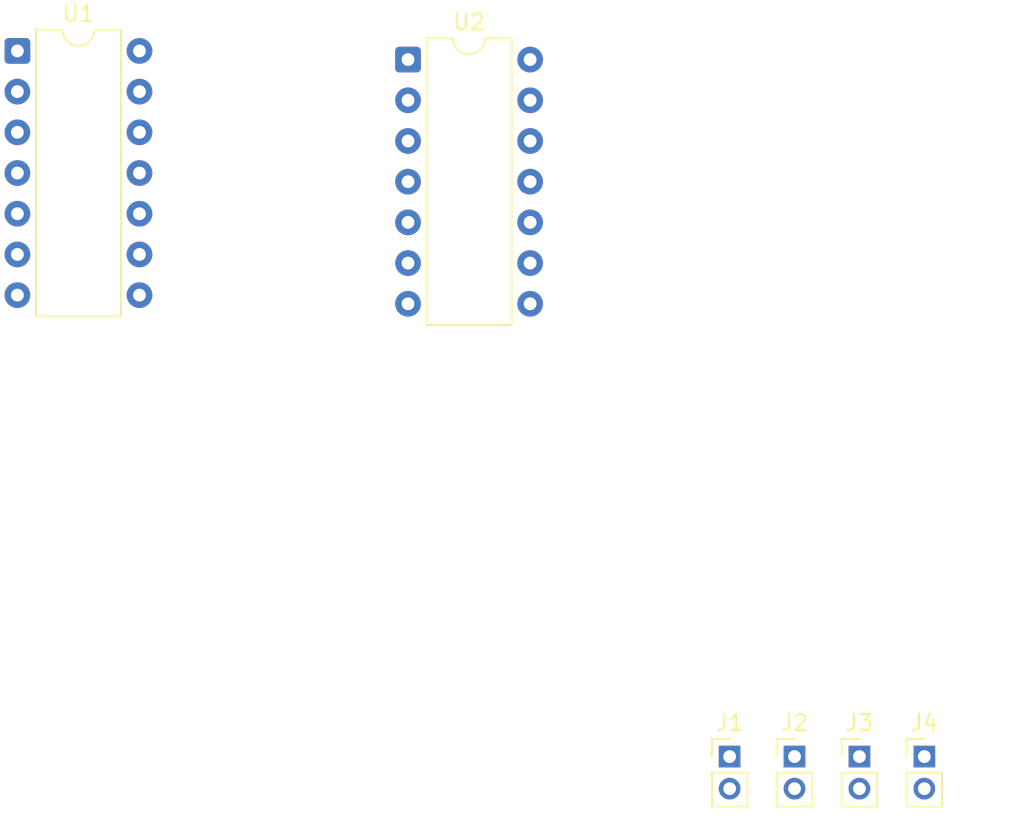
<source format=kicad_pcb>
(kicad_pcb (version 20241229) (generator "pcbnew") (generator_version "9.0")
  (layers (0 "F.Cu" signal) (2 "B.Cu" signal) (13 "F.Paste" user) (15 "B.Paste" user) (5 "F.SilkS" user "F.Silkscreen") (7 "B.SilkS" user "B.Silkscreen") (1 "F.Mask" user) (3 "B.Mask" user) (25 "Edge.Cuts" user))
  (net 0 "")
  (net 1 "GND")
  (net 2 "A")
  (net 3 "B")
  (net 4 "Net-(J3-Pin_1)")
  (net 5 "Vcc")
  (net 6 "Net-(U1B-D)")
  (net 7 "Net-(U1B-S)")
  (net 8 "Net-(U1A-S)")
  (net 9 "Net-(U1A-D)")
  (net 10 "A'")
  (net 11 "Net-(U2A-S)")
  (net 12 "B'")
  (net 13 "Net-(U1D-S)")
  (footprint "Connector_PinHeader_2.00mm:PinHeader_1x02_P2.00mm_Vertical" (layer "F.Cu") (at 203.865 134.38)
    (property "Reference" "J3" (at 0 -2.11 0) (layer "F.SilkS"))
    (property "Value" "Conn_01x02_Pin")
    (fp_line (start -1.11 -1.11) (end 0 -1.11) (stroke (width 0.12)) (layer "F.SilkS"))
    (fp_line (start -1.11 0) (end -1.11 -1.11) (stroke (width 0.12)) (layer "F.SilkS"))
    (fp_line (start -1.11 1) (end -1.11 3.11) (stroke (width 0.12)) (layer "F.SilkS"))
    (fp_line (start -1.11 1) (end 1.11 1) (stroke (width 0.12)) (layer "F.SilkS"))
    (fp_line (start -1.11 3.11) (end 1.11 3.11) (stroke (width 0.12)) (layer "F.SilkS"))
    (fp_line (start 1.11 1) (end 1.11 3.11) (stroke (width 0.12)) (layer "F.SilkS"))
    (pad "1" thru_hole rect (at 0 0) (size 1.35 1.35) (drill 0.8) (layers "*.Cu" "*.Mask") (net 4 "Net-(J3-Pin_1)"))
    (pad "2" thru_hole circle (at 0 2) (size 1.35 1.35) (drill 0.8) (layers "*.Cu" "*.Mask") (net 1 "GND"))
  )
  (footprint "Connector_PinHeader_2.00mm:PinHeader_1x02_P2.00mm_Vertical" (layer "F.Cu") (at 195.765 134.38)
    (property "Reference" "J1" (at 0 -2.11 0) (layer "F.SilkS"))
    (property "Value" "Conn_01x02_Pin")
    (fp_line (start -1.11 -1.11) (end 0 -1.11) (stroke (width 0.12)) (layer "F.SilkS"))
    (fp_line (start -1.11 0) (end -1.11 -1.11) (stroke (width 0.12)) (layer "F.SilkS"))
    (fp_line (start -1.11 1) (end -1.11 3.11) (stroke (width 0.12)) (layer "F.SilkS"))
    (fp_line (start -1.11 1) (end 1.11 1) (stroke (width 0.12)) (layer "F.SilkS"))
    (fp_line (start -1.11 3.11) (end 1.11 3.11) (stroke (width 0.12)) (layer "F.SilkS"))
    (fp_line (start 1.11 1) (end 1.11 3.11) (stroke (width 0.12)) (layer "F.SilkS"))
    (pad "1" thru_hole rect (at 0 0) (size 1.35 1.35) (drill 0.8) (layers "*.Cu" "*.Mask") (net 2 "A"))
    (pad "2" thru_hole circle (at 0 2) (size 1.35 1.35) (drill 0.8) (layers "*.Cu" "*.Mask") (net 1 "GND"))
  )
  (footprint "Package_DIP:DIP-14_W7.62mm" (layer "F.Cu") (at 151.315 90.34)
    (property "Reference" "U1" (at 3.81 -2.33 0) (layer "F.SilkS"))
    (property "Value" "~")
    (fp_line (start 1.16 -1.33) (end 1.16 16.57) (stroke (width 0.12)) (layer "F.SilkS"))
    (fp_line (start 1.16 16.57) (end 6.46 16.57) (stroke (width 0.12)) (layer "F.SilkS"))
    (fp_line (start 2.81 -1.33) (end 1.16 -1.33) (stroke (width 0.12)) (layer "F.SilkS"))
    (fp_line (start 6.46 -1.33) (end 4.81 -1.33) (stroke (width 0.12)) (layer "F.SilkS"))
    (fp_line (start 6.46 16.57) (end 6.46 -1.33) (stroke (width 0.12)) (layer "F.SilkS"))
    (fp_arc (start 4.81 -1.33) (mid 3.81 -0.33) (end 2.81 -1.33) (stroke (width 0.12)) (layer "F.SilkS"))
    (pad "1" thru_hole roundrect (at 0 0) (size 1.6 1.6) (drill 0.8) (layers "*.Cu" "*.Mask") (roundrect_rratio 0.15625) (net 8 "Net-(U1A-S)"))
    (pad "2" thru_hole circle (at 0 2.54) (size 1.6 1.6) (drill 0.8) (layers "*.Cu" "*.Mask") (net 9 "Net-(U1A-D)"))
    (pad "3" thru_hole circle (at 0 5.08) (size 1.6 1.6) (drill 0.8) (layers "*.Cu" "*.Mask") (net 2 "A"))
    (pad "4" thru_hole circle (at 0 7.62) (size 1.6 1.6) (drill 0.8) (layers "*.Cu" "*.Mask") (net 7 "Net-(U1B-S)"))
    (pad "5" thru_hole circle (at 0 10.16) (size 1.6 1.6) (drill 0.8) (layers "*.Cu" "*.Mask") (net 6 "Net-(U1B-D)"))
    (pad "6" thru_hole circle (at 0 12.7) (size 1.6 1.6) (drill 0.8) (layers "*.Cu" "*.Mask") (net 2 "A"))
    (pad "7" thru_hole circle (at 0 15.24) (size 1.6 1.6) (drill 0.8) (layers "*.Cu" "*.Mask") (net 1 "GND"))
    (pad "8" thru_hole circle (at 7.62 15.24) (size 1.6 1.6) (drill 0.8) (layers "*.Cu" "*.Mask") (net 10 "A'"))
    (pad "9" thru_hole circle (at 7.62 12.7) (size 1.6 1.6) (drill 0.8) (layers "*.Cu" "*.Mask") (net 4 "Net-(J3-Pin_1)"))
    (pad "10" thru_hole circle (at 7.62 10.16) (size 1.6 1.6) (drill 0.8) (layers "*.Cu" "*.Mask") (net 10 "A'"))
    (pad "11" thru_hole circle (at 7.62 7.62) (size 1.6 1.6) (drill 0.8) (layers "*.Cu" "*.Mask") (net 8 "Net-(U1A-S)"))
    (pad "12" thru_hole circle (at 7.62 5.08) (size 1.6 1.6) (drill 0.8) (layers "*.Cu" "*.Mask") (net 4 "Net-(J3-Pin_1)"))
    (pad "13" thru_hole circle (at 7.62 2.54) (size 1.6 1.6) (drill 0.8) (layers "*.Cu" "*.Mask") (net 10 "A'"))
    (pad "14" thru_hole circle (at 7.62 0) (size 1.6 1.6) (drill 0.8) (layers "*.Cu" "*.Mask") (net 5 "Vcc"))
  )
  (footprint "Connector_PinHeader_2.00mm:PinHeader_1x02_P2.00mm_Vertical" (layer "F.Cu") (at 207.915 134.38)
    (property "Reference" "J4" (at 0 -2.11 0) (layer "F.SilkS"))
    (property "Value" "Conn_01x02_Pin")
    (fp_line (start -1.11 -1.11) (end 0 -1.11) (stroke (width 0.12)) (layer "F.SilkS"))
    (fp_line (start -1.11 0) (end -1.11 -1.11) (stroke (width 0.12)) (layer "F.SilkS"))
    (fp_line (start -1.11 1) (end -1.11 3.11) (stroke (width 0.12)) (layer "F.SilkS"))
    (fp_line (start -1.11 1) (end 1.11 1) (stroke (width 0.12)) (layer "F.SilkS"))
    (fp_line (start -1.11 3.11) (end 1.11 3.11) (stroke (width 0.12)) (layer "F.SilkS"))
    (fp_line (start 1.11 1) (end 1.11 3.11) (stroke (width 0.12)) (layer "F.SilkS"))
    (pad "1" thru_hole rect (at 0 0) (size 1.35 1.35) (drill 0.8) (layers "*.Cu" "*.Mask") (net 5 "Vcc"))
    (pad "2" thru_hole circle (at 0 2) (size 1.35 1.35) (drill 0.8) (layers "*.Cu" "*.Mask") (net 1 "GND"))
  )
  (footprint "Package_DIP:DIP-14_W7.62mm" (layer "F.Cu") (at 175.695 90.88)
    (property "Reference" "U2" (at 3.81 -2.33 0) (layer "F.SilkS"))
    (property "Value" "~")
    (fp_line (start 1.16 -1.33) (end 1.16 16.57) (stroke (width 0.12)) (layer "F.SilkS"))
    (fp_line (start 1.16 16.57) (end 6.46 16.57) (stroke (width 0.12)) (layer "F.SilkS"))
    (fp_line (start 2.81 -1.33) (end 1.16 -1.33) (stroke (width 0.12)) (layer "F.SilkS"))
    (fp_line (start 6.46 -1.33) (end 4.81 -1.33) (stroke (width 0.12)) (layer "F.SilkS"))
    (fp_line (start 6.46 16.57) (end 6.46 -1.33) (stroke (width 0.12)) (layer "F.SilkS"))
    (fp_arc (start 4.81 -1.33) (mid 3.81 -0.33) (end 2.81 -1.33) (stroke (width 0.12)) (layer "F.SilkS"))
    (pad "1" thru_hole roundrect (at 0 0) (size 1.6 1.6) (drill 0.8) (layers "*.Cu" "*.Mask") (roundrect_rratio 0.15625) (net 11 "Net-(U2A-S)"))
    (pad "2" thru_hole circle (at 0 2.54) (size 1.6 1.6) (drill 0.8) (layers "*.Cu" "*.Mask") (net 9 "Net-(U1A-D)"))
    (pad "3" thru_hole circle (at 0 5.08) (size 1.6 1.6) (drill 0.8) (layers "*.Cu" "*.Mask") (net 10 "A'"))
    (pad "4" thru_hole circle (at 0 7.62) (size 1.6 1.6) (drill 0.8) (layers "*.Cu" "*.Mask") (net 7 "Net-(U1B-S)"))
    (pad "5" thru_hole circle (at 0 10.16) (size 1.6 1.6) (drill 0.8) (layers "*.Cu" "*.Mask") (net 13 "Net-(U1D-S)"))
    (pad "6" thru_hole circle (at 0 12.7) (size 1.6 1.6) (drill 0.8) (layers "*.Cu" "*.Mask") (net 3 "B"))
    (pad "7" thru_hole circle (at 0 15.24) (size 1.6 1.6) (drill 0.8) (layers "*.Cu" "*.Mask") (net 1 "GND"))
    (pad "8" thru_hole circle (at 7.62 15.24) (size 1.6 1.6) (drill 0.8) (layers "*.Cu" "*.Mask") (net 12 "B'"))
    (pad "9" thru_hole circle (at 7.62 12.7) (size 1.6 1.6) (drill 0.8) (layers "*.Cu" "*.Mask") (net 4 "Net-(J3-Pin_1)"))
    (pad "10" thru_hole circle (at 7.62 10.16) (size 1.6 1.6) (drill 0.8) (layers "*.Cu" "*.Mask") (net 3 "B"))
    (pad "11" thru_hole circle (at 7.62 7.62) (size 1.6 1.6) (drill 0.8) (layers "*.Cu" "*.Mask") (net 11 "Net-(U2A-S)"))
    (pad "12" thru_hole circle (at 7.62 5.08) (size 1.6 1.6) (drill 0.8) (layers "*.Cu" "*.Mask") (net 4 "Net-(J3-Pin_1)"))
    (pad "13" thru_hole circle (at 7.62 2.54) (size 1.6 1.6) (drill 0.8) (layers "*.Cu" "*.Mask") (net 12 "B'"))
    (pad "14" thru_hole circle (at 7.62 0) (size 1.6 1.6) (drill 0.8) (layers "*.Cu" "*.Mask") (net 5 "Vcc"))
  )
  (footprint "Connector_PinHeader_2.00mm:PinHeader_1x02_P2.00mm_Vertical" (layer "F.Cu") (at 199.815 134.38)
    (property "Reference" "J2" (at 0 -2.11 0) (layer "F.SilkS"))
    (property "Value" "Conn_01x02_Pin")
    (fp_line (start -1.11 -1.11) (end 0 -1.11) (stroke (width 0.12)) (layer "F.SilkS"))
    (fp_line (start -1.11 0) (end -1.11 -1.11) (stroke (width 0.12)) (layer "F.SilkS"))
    (fp_line (start -1.11 1) (end -1.11 3.11) (stroke (width 0.12)) (layer "F.SilkS"))
    (fp_line (start -1.11 1) (end 1.11 1) (stroke (width 0.12)) (layer "F.SilkS"))
    (fp_line (start -1.11 3.11) (end 1.11 3.11) (stroke (width 0.12)) (layer "F.SilkS"))
    (fp_line (start 1.11 1) (end 1.11 3.11) (stroke (width 0.12)) (layer "F.SilkS"))
    (pad "1" thru_hole rect (at 0 0) (size 1.35 1.35) (drill 0.8) (layers "*.Cu" "*.Mask") (net 3 "B"))
    (pad "2" thru_hole circle (at 0 2) (size 1.35 1.35) (drill 0.8) (layers "*.Cu" "*.Mask") (net 1 "GND"))
  )
)
</source>
